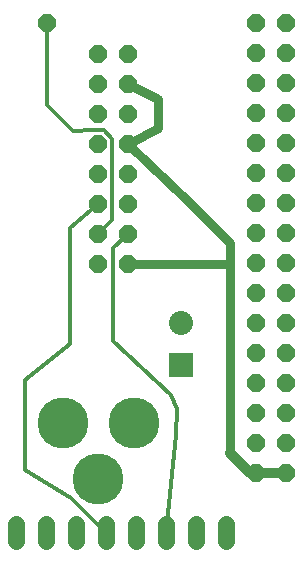
<source format=gbr>
G04 EAGLE Gerber X2 export*
%TF.Part,Single*%
%TF.FileFunction,Copper,L2,Bot,Mixed*%
%TF.FilePolarity,Positive*%
%TF.GenerationSoftware,Autodesk,EAGLE,8.7.1*%
%TF.CreationDate,2018-04-06T15:57:59Z*%
G75*
%MOMM*%
%FSLAX34Y34*%
%LPD*%
%AMOC8*
5,1,8,0,0,1.08239X$1,22.5*%
G01*
%ADD10C,1.422400*%
%ADD11P,1.649562X8X292.500000*%
%ADD12C,4.318000*%
%ADD13R,2.032000X2.032000*%
%ADD14C,2.032000*%
%ADD15P,1.649562X8X22.500000*%
%ADD16C,0.762000*%
%ADD17C,0.812800*%
%ADD18C,0.304800*%


D10*
X21590Y18288D02*
X21590Y32512D01*
X46990Y32512D02*
X46990Y18288D01*
X72390Y18288D02*
X72390Y32512D01*
X97790Y32512D02*
X97790Y18288D01*
X123190Y18288D02*
X123190Y32512D01*
X148590Y32512D02*
X148590Y18288D01*
X173990Y18288D02*
X173990Y32512D01*
X199390Y32512D02*
X199390Y18288D01*
D11*
X91440Y430530D03*
X116840Y430530D03*
X91440Y405130D03*
X116840Y405130D03*
X91440Y379730D03*
X116840Y379730D03*
X91440Y354330D03*
X116840Y354330D03*
X91440Y328930D03*
X116840Y328930D03*
X91440Y303530D03*
X116840Y303530D03*
X91440Y278130D03*
X116840Y278130D03*
X91440Y252730D03*
X116840Y252730D03*
D12*
X121760Y118110D03*
X61760Y118110D03*
X91760Y71110D03*
D13*
X161290Y167640D03*
D14*
X161290Y202640D03*
D15*
X48260Y457200D03*
D11*
X224790Y457200D03*
X250190Y457200D03*
X224790Y431800D03*
X250190Y431800D03*
X224790Y406400D03*
X250190Y406400D03*
X224790Y381000D03*
X250190Y381000D03*
X224790Y355600D03*
X250190Y355600D03*
X224790Y330200D03*
X250190Y330200D03*
X224790Y304800D03*
X250190Y304800D03*
X224790Y279400D03*
X250190Y279400D03*
X224790Y254000D03*
X250190Y254000D03*
X224790Y228600D03*
X250190Y228600D03*
X224790Y203200D03*
X250190Y203200D03*
X224790Y177800D03*
X250190Y177800D03*
X224790Y152400D03*
X250190Y152400D03*
X224790Y127000D03*
X250190Y127000D03*
X224790Y101600D03*
X250190Y101600D03*
X224790Y76200D03*
X250190Y76200D03*
D16*
X118110Y355600D02*
X142240Y368300D01*
X142240Y392430D01*
X116840Y405130D01*
X118110Y355600D02*
X116840Y354330D01*
X116840Y252730D02*
X203200Y252730D01*
X203200Y92710D01*
X167640Y306070D02*
X118110Y353060D01*
X167640Y306070D02*
X203200Y270510D01*
X203200Y252730D01*
X118110Y353060D02*
X116840Y354330D01*
D17*
X203200Y92710D02*
X219710Y76200D01*
X224790Y76200D01*
X250190Y76200D01*
D18*
X103124Y359170D02*
X96280Y366014D01*
X48260Y387350D02*
X48260Y457200D01*
X103124Y289814D02*
X91440Y278130D01*
X103124Y289814D02*
X103124Y359170D01*
X69850Y365760D02*
X48260Y387350D01*
X86600Y366014D02*
X96280Y366014D01*
X86600Y366014D02*
X69836Y365760D01*
X69850Y365760D01*
X67310Y283210D02*
X67565Y249011D01*
X68038Y185512D01*
X67310Y185420D01*
X67310Y283210D02*
X91440Y303530D01*
X67310Y185420D02*
X29210Y154940D01*
X68717Y54786D02*
X97790Y25400D01*
X68717Y54786D02*
X29210Y78740D01*
X29210Y154940D01*
X104140Y188161D02*
X153423Y141828D01*
X157234Y108008D02*
X148590Y25400D01*
X104140Y188161D02*
X104140Y266700D01*
X116840Y278130D01*
X153423Y141828D02*
X158504Y130396D01*
X157234Y108008D01*
M02*

</source>
